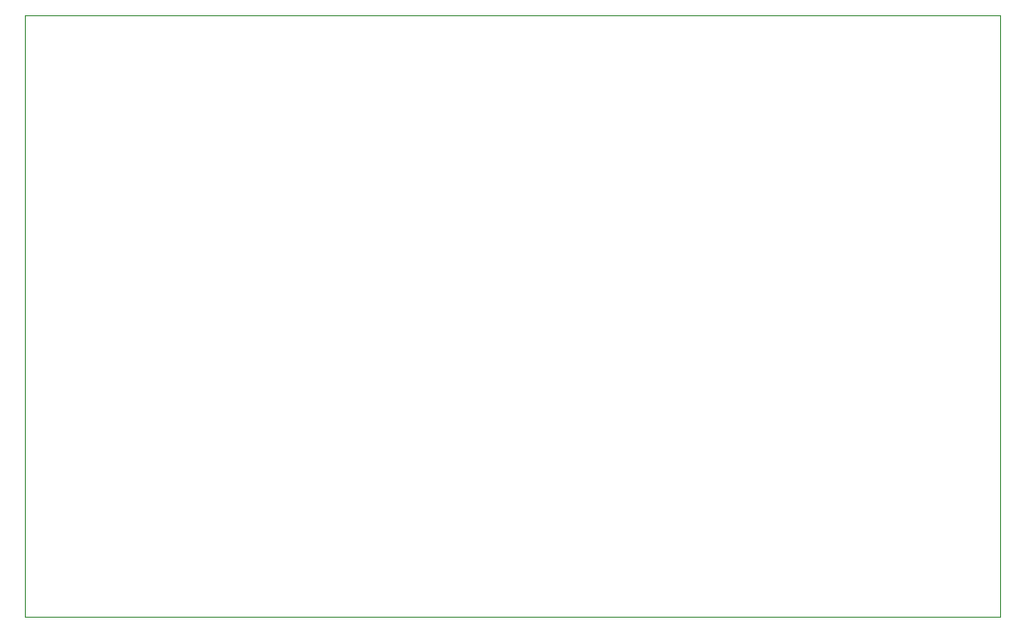
<source format=gbr>
%TF.GenerationSoftware,KiCad,Pcbnew,9.0.3*%
%TF.CreationDate,2025-11-22T17:05:10-05:00*%
%TF.ProjectId,SeedSBC_rev2_0,53656564-5342-4435-9f72-6576325f302e,rev?*%
%TF.SameCoordinates,Original*%
%TF.FileFunction,Profile,NP*%
%FSLAX46Y46*%
G04 Gerber Fmt 4.6, Leading zero omitted, Abs format (unit mm)*
G04 Created by KiCad (PCBNEW 9.0.3) date 2025-11-22 17:05:10*
%MOMM*%
%LPD*%
G01*
G04 APERTURE LIST*
%TA.AperFunction,Profile*%
%ADD10C,0.050000*%
%TD*%
G04 APERTURE END LIST*
D10*
X101600000Y-73660000D02*
X187960000Y-73660000D01*
X187960000Y-127000000D01*
X101600000Y-127000000D01*
X101600000Y-73660000D01*
M02*

</source>
